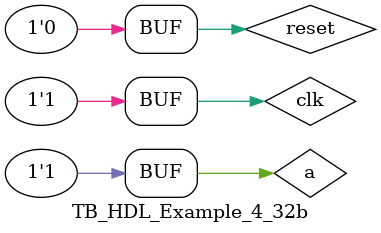
<source format=sv>
module TB_HDL_Example_4_32b();

logic y_sv;
logic y_v;
logic y_vhd;

//signals for TB
logic reset;
logic clk;
logic a;



// instantiate device under test
patternMealy_top dut
(
	reset,	
	clk,
	a, 
	y_sv,
	y_v,
	y_vhd
);

//// generate clock
always
	begin
		clk = 0; #5; clk = 1; #5;
	end

// apply inputs one at a time
initial begin

a = 0; reset = 1;  #5;
a = 0; reset = 1;  #10;
a = 0; reset = 0;  #10;
a = 0;  #10;
a = 0;  #10;
a = 0;  #10;
a = 0;  #10;
a = 0;  #10;
a = 0;  #10;
a = 1;  #10;
a = 0;  #10;
a = 0;  #10;
a = 1;  #10;
a = 0;  #10;
a = 0;  #10;
a = 0;  #10;
a = 1;  #10;
a = 1;  #10;
a = 0;  #10;
a = 1;  #10;
a = 0;  #10;
a = 0;  #10;
a = 0;  #10;
a = 1;  #10;
a = 0;  #10;
a = 1;  #10;
a = 0;  #10;
a = 1;  #10;
a = 1;  #10;
a = 0;  #10;
a = 0;  #10;
a = 1;  #10;
a = 1;  #10;
a = 1;  #10;
a = 1;  #10;
a = 0;  #10;
a = 0;  #10;
a = 0;  #10;
a = 1;  #10;
a = 0;  #10;
a = 0;  #10;
a = 1;  #10;
a = 1;  #10;
a = 0;  #10;
a = 1;  #10;
a = 0;  #10;
a = 1;  #10;
a = 0;  #10;
a = 1;  #10;
a = 1;  #10;
a = 1;  #10;
a = 1;  #10;
a = 0;  #10;
a = 0;  #10;
a = 1;  #10;
a = 1;  #10;
a = 0;  #10;
a = 1;  #10;
a = 1;  #10;
a = 1;  #10;
a = 1;  #10;
a = 0;  #10;
a = 1;  #10;
a = 1;  #10;
a = 1;  #10;
a = 1;  #10;



end

endmodule
</source>
